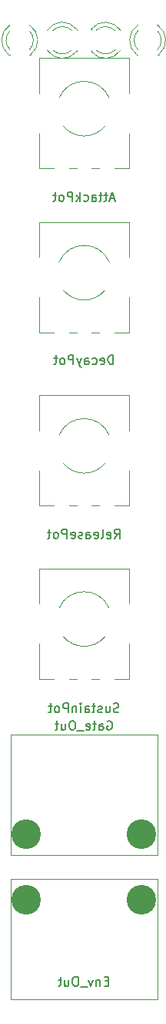
<source format=gbr>
%TF.GenerationSoftware,KiCad,Pcbnew,(6.0.11)*%
%TF.CreationDate,2023-03-29T15:08:17+01:00*%
%TF.ProjectId,QuadEnv_Controls,51756164-456e-4765-9f43-6f6e74726f6c,rev?*%
%TF.SameCoordinates,Original*%
%TF.FileFunction,Legend,Bot*%
%TF.FilePolarity,Positive*%
%FSLAX46Y46*%
G04 Gerber Fmt 4.6, Leading zero omitted, Abs format (unit mm)*
G04 Created by KiCad (PCBNEW (6.0.11)) date 2023-03-29 15:08:17*
%MOMM*%
%LPD*%
G01*
G04 APERTURE LIST*
%ADD10C,0.150000*%
%ADD11C,0.120000*%
%ADD12C,3.250000*%
G04 APERTURE END LIST*
D10*
%TO.C,RV4*%
X63209523Y-120204761D02*
X63066666Y-120252380D01*
X62828571Y-120252380D01*
X62733333Y-120204761D01*
X62685714Y-120157142D01*
X62638095Y-120061904D01*
X62638095Y-119966666D01*
X62685714Y-119871428D01*
X62733333Y-119823809D01*
X62828571Y-119776190D01*
X63019047Y-119728571D01*
X63114285Y-119680952D01*
X63161904Y-119633333D01*
X63209523Y-119538095D01*
X63209523Y-119442857D01*
X63161904Y-119347619D01*
X63114285Y-119300000D01*
X63019047Y-119252380D01*
X62780952Y-119252380D01*
X62638095Y-119300000D01*
X61780952Y-119585714D02*
X61780952Y-120252380D01*
X62209523Y-119585714D02*
X62209523Y-120109523D01*
X62161904Y-120204761D01*
X62066666Y-120252380D01*
X61923809Y-120252380D01*
X61828571Y-120204761D01*
X61780952Y-120157142D01*
X61352380Y-120204761D02*
X61257142Y-120252380D01*
X61066666Y-120252380D01*
X60971428Y-120204761D01*
X60923809Y-120109523D01*
X60923809Y-120061904D01*
X60971428Y-119966666D01*
X61066666Y-119919047D01*
X61209523Y-119919047D01*
X61304761Y-119871428D01*
X61352380Y-119776190D01*
X61352380Y-119728571D01*
X61304761Y-119633333D01*
X61209523Y-119585714D01*
X61066666Y-119585714D01*
X60971428Y-119633333D01*
X60638095Y-119585714D02*
X60257142Y-119585714D01*
X60495238Y-119252380D02*
X60495238Y-120109523D01*
X60447619Y-120204761D01*
X60352380Y-120252380D01*
X60257142Y-120252380D01*
X59495238Y-120252380D02*
X59495238Y-119728571D01*
X59542857Y-119633333D01*
X59638095Y-119585714D01*
X59828571Y-119585714D01*
X59923809Y-119633333D01*
X59495238Y-120204761D02*
X59590476Y-120252380D01*
X59828571Y-120252380D01*
X59923809Y-120204761D01*
X59971428Y-120109523D01*
X59971428Y-120014285D01*
X59923809Y-119919047D01*
X59828571Y-119871428D01*
X59590476Y-119871428D01*
X59495238Y-119823809D01*
X59019047Y-120252380D02*
X59019047Y-119585714D01*
X59019047Y-119252380D02*
X59066666Y-119300000D01*
X59019047Y-119347619D01*
X58971428Y-119300000D01*
X59019047Y-119252380D01*
X59019047Y-119347619D01*
X58542857Y-119585714D02*
X58542857Y-120252380D01*
X58542857Y-119680952D02*
X58495238Y-119633333D01*
X58400000Y-119585714D01*
X58257142Y-119585714D01*
X58161904Y-119633333D01*
X58114285Y-119728571D01*
X58114285Y-120252380D01*
X57638095Y-120252380D02*
X57638095Y-119252380D01*
X57257142Y-119252380D01*
X57161904Y-119300000D01*
X57114285Y-119347619D01*
X57066666Y-119442857D01*
X57066666Y-119585714D01*
X57114285Y-119680952D01*
X57161904Y-119728571D01*
X57257142Y-119776190D01*
X57638095Y-119776190D01*
X56495238Y-120252380D02*
X56590476Y-120204761D01*
X56638095Y-120157142D01*
X56685714Y-120061904D01*
X56685714Y-119776190D01*
X56638095Y-119680952D01*
X56590476Y-119633333D01*
X56495238Y-119585714D01*
X56352380Y-119585714D01*
X56257142Y-119633333D01*
X56209523Y-119680952D01*
X56161904Y-119776190D01*
X56161904Y-120061904D01*
X56209523Y-120157142D01*
X56257142Y-120204761D01*
X56352380Y-120252380D01*
X56495238Y-120252380D01*
X55876190Y-119585714D02*
X55495238Y-119585714D01*
X55733333Y-119252380D02*
X55733333Y-120109523D01*
X55685714Y-120204761D01*
X55590476Y-120252380D01*
X55495238Y-120252380D01*
%TO.C,RV3*%
X62733333Y-101152380D02*
X63066666Y-100676190D01*
X63304761Y-101152380D02*
X63304761Y-100152380D01*
X62923809Y-100152380D01*
X62828571Y-100200000D01*
X62780952Y-100247619D01*
X62733333Y-100342857D01*
X62733333Y-100485714D01*
X62780952Y-100580952D01*
X62828571Y-100628571D01*
X62923809Y-100676190D01*
X63304761Y-100676190D01*
X61923809Y-101104761D02*
X62019047Y-101152380D01*
X62209523Y-101152380D01*
X62304761Y-101104761D01*
X62352380Y-101009523D01*
X62352380Y-100628571D01*
X62304761Y-100533333D01*
X62209523Y-100485714D01*
X62019047Y-100485714D01*
X61923809Y-100533333D01*
X61876190Y-100628571D01*
X61876190Y-100723809D01*
X62352380Y-100819047D01*
X61304761Y-101152380D02*
X61400000Y-101104761D01*
X61447619Y-101009523D01*
X61447619Y-100152380D01*
X60542857Y-101104761D02*
X60638095Y-101152380D01*
X60828571Y-101152380D01*
X60923809Y-101104761D01*
X60971428Y-101009523D01*
X60971428Y-100628571D01*
X60923809Y-100533333D01*
X60828571Y-100485714D01*
X60638095Y-100485714D01*
X60542857Y-100533333D01*
X60495238Y-100628571D01*
X60495238Y-100723809D01*
X60971428Y-100819047D01*
X59638095Y-101152380D02*
X59638095Y-100628571D01*
X59685714Y-100533333D01*
X59780952Y-100485714D01*
X59971428Y-100485714D01*
X60066666Y-100533333D01*
X59638095Y-101104761D02*
X59733333Y-101152380D01*
X59971428Y-101152380D01*
X60066666Y-101104761D01*
X60114285Y-101009523D01*
X60114285Y-100914285D01*
X60066666Y-100819047D01*
X59971428Y-100771428D01*
X59733333Y-100771428D01*
X59638095Y-100723809D01*
X59209523Y-101104761D02*
X59114285Y-101152380D01*
X58923809Y-101152380D01*
X58828571Y-101104761D01*
X58780952Y-101009523D01*
X58780952Y-100961904D01*
X58828571Y-100866666D01*
X58923809Y-100819047D01*
X59066666Y-100819047D01*
X59161904Y-100771428D01*
X59209523Y-100676190D01*
X59209523Y-100628571D01*
X59161904Y-100533333D01*
X59066666Y-100485714D01*
X58923809Y-100485714D01*
X58828571Y-100533333D01*
X57971428Y-101104761D02*
X58066666Y-101152380D01*
X58257142Y-101152380D01*
X58352380Y-101104761D01*
X58400000Y-101009523D01*
X58400000Y-100628571D01*
X58352380Y-100533333D01*
X58257142Y-100485714D01*
X58066666Y-100485714D01*
X57971428Y-100533333D01*
X57923809Y-100628571D01*
X57923809Y-100723809D01*
X58400000Y-100819047D01*
X57495238Y-101152380D02*
X57495238Y-100152380D01*
X57114285Y-100152380D01*
X57019047Y-100200000D01*
X56971428Y-100247619D01*
X56923809Y-100342857D01*
X56923809Y-100485714D01*
X56971428Y-100580952D01*
X57019047Y-100628571D01*
X57114285Y-100676190D01*
X57495238Y-100676190D01*
X56352380Y-101152380D02*
X56447619Y-101104761D01*
X56495238Y-101057142D01*
X56542857Y-100961904D01*
X56542857Y-100676190D01*
X56495238Y-100580952D01*
X56447619Y-100533333D01*
X56352380Y-100485714D01*
X56209523Y-100485714D01*
X56114285Y-100533333D01*
X56066666Y-100580952D01*
X56019047Y-100676190D01*
X56019047Y-100961904D01*
X56066666Y-101057142D01*
X56114285Y-101104761D01*
X56209523Y-101152380D01*
X56352380Y-101152380D01*
X55733333Y-100485714D02*
X55352380Y-100485714D01*
X55590476Y-100152380D02*
X55590476Y-101009523D01*
X55542857Y-101104761D01*
X55447619Y-101152380D01*
X55352380Y-101152380D01*
%TO.C,J6*%
X62080476Y-149728571D02*
X61747142Y-149728571D01*
X61604285Y-150252380D02*
X62080476Y-150252380D01*
X62080476Y-149252380D01*
X61604285Y-149252380D01*
X61175714Y-149585714D02*
X61175714Y-150252380D01*
X61175714Y-149680952D02*
X61128095Y-149633333D01*
X61032857Y-149585714D01*
X60890000Y-149585714D01*
X60794761Y-149633333D01*
X60747142Y-149728571D01*
X60747142Y-150252380D01*
X60366190Y-149585714D02*
X60128095Y-150252380D01*
X59890000Y-149585714D01*
X59747142Y-150347619D02*
X58985238Y-150347619D01*
X58556666Y-149252380D02*
X58366190Y-149252380D01*
X58270952Y-149300000D01*
X58175714Y-149395238D01*
X58128095Y-149585714D01*
X58128095Y-149919047D01*
X58175714Y-150109523D01*
X58270952Y-150204761D01*
X58366190Y-150252380D01*
X58556666Y-150252380D01*
X58651904Y-150204761D01*
X58747142Y-150109523D01*
X58794761Y-149919047D01*
X58794761Y-149585714D01*
X58747142Y-149395238D01*
X58651904Y-149300000D01*
X58556666Y-149252380D01*
X57270952Y-149585714D02*
X57270952Y-150252380D01*
X57699523Y-149585714D02*
X57699523Y-150109523D01*
X57651904Y-150204761D01*
X57556666Y-150252380D01*
X57413809Y-150252380D01*
X57318571Y-150204761D01*
X57270952Y-150157142D01*
X56937619Y-149585714D02*
X56556666Y-149585714D01*
X56794761Y-149252380D02*
X56794761Y-150109523D01*
X56747142Y-150204761D01*
X56651904Y-150252380D01*
X56556666Y-150252380D01*
%TO.C,RV2*%
X62590476Y-82052380D02*
X62590476Y-81052380D01*
X62352380Y-81052380D01*
X62209523Y-81100000D01*
X62114285Y-81195238D01*
X62066666Y-81290476D01*
X62019047Y-81480952D01*
X62019047Y-81623809D01*
X62066666Y-81814285D01*
X62114285Y-81909523D01*
X62209523Y-82004761D01*
X62352380Y-82052380D01*
X62590476Y-82052380D01*
X61209523Y-82004761D02*
X61304761Y-82052380D01*
X61495238Y-82052380D01*
X61590476Y-82004761D01*
X61638095Y-81909523D01*
X61638095Y-81528571D01*
X61590476Y-81433333D01*
X61495238Y-81385714D01*
X61304761Y-81385714D01*
X61209523Y-81433333D01*
X61161904Y-81528571D01*
X61161904Y-81623809D01*
X61638095Y-81719047D01*
X60304761Y-82004761D02*
X60400000Y-82052380D01*
X60590476Y-82052380D01*
X60685714Y-82004761D01*
X60733333Y-81957142D01*
X60780952Y-81861904D01*
X60780952Y-81576190D01*
X60733333Y-81480952D01*
X60685714Y-81433333D01*
X60590476Y-81385714D01*
X60400000Y-81385714D01*
X60304761Y-81433333D01*
X59447619Y-82052380D02*
X59447619Y-81528571D01*
X59495238Y-81433333D01*
X59590476Y-81385714D01*
X59780952Y-81385714D01*
X59876190Y-81433333D01*
X59447619Y-82004761D02*
X59542857Y-82052380D01*
X59780952Y-82052380D01*
X59876190Y-82004761D01*
X59923809Y-81909523D01*
X59923809Y-81814285D01*
X59876190Y-81719047D01*
X59780952Y-81671428D01*
X59542857Y-81671428D01*
X59447619Y-81623809D01*
X59066666Y-81385714D02*
X58828571Y-82052380D01*
X58590476Y-81385714D02*
X58828571Y-82052380D01*
X58923809Y-82290476D01*
X58971428Y-82338095D01*
X59066666Y-82385714D01*
X58209523Y-82052380D02*
X58209523Y-81052380D01*
X57828571Y-81052380D01*
X57733333Y-81100000D01*
X57685714Y-81147619D01*
X57638095Y-81242857D01*
X57638095Y-81385714D01*
X57685714Y-81480952D01*
X57733333Y-81528571D01*
X57828571Y-81576190D01*
X58209523Y-81576190D01*
X57066666Y-82052380D02*
X57161904Y-82004761D01*
X57209523Y-81957142D01*
X57257142Y-81861904D01*
X57257142Y-81576190D01*
X57209523Y-81480952D01*
X57161904Y-81433333D01*
X57066666Y-81385714D01*
X56923809Y-81385714D01*
X56828571Y-81433333D01*
X56780952Y-81480952D01*
X56733333Y-81576190D01*
X56733333Y-81861904D01*
X56780952Y-81957142D01*
X56828571Y-82004761D01*
X56923809Y-82052380D01*
X57066666Y-82052380D01*
X56447619Y-81385714D02*
X56066666Y-81385714D01*
X56304761Y-81052380D02*
X56304761Y-81909523D01*
X56257142Y-82004761D01*
X56161904Y-82052380D01*
X56066666Y-82052380D01*
%TO.C,RV1*%
X62733333Y-63866666D02*
X62257142Y-63866666D01*
X62828571Y-64152380D02*
X62495238Y-63152380D01*
X62161904Y-64152380D01*
X61971428Y-63485714D02*
X61590476Y-63485714D01*
X61828571Y-63152380D02*
X61828571Y-64009523D01*
X61780952Y-64104761D01*
X61685714Y-64152380D01*
X61590476Y-64152380D01*
X61400000Y-63485714D02*
X61019047Y-63485714D01*
X61257142Y-63152380D02*
X61257142Y-64009523D01*
X61209523Y-64104761D01*
X61114285Y-64152380D01*
X61019047Y-64152380D01*
X60257142Y-64152380D02*
X60257142Y-63628571D01*
X60304761Y-63533333D01*
X60400000Y-63485714D01*
X60590476Y-63485714D01*
X60685714Y-63533333D01*
X60257142Y-64104761D02*
X60352380Y-64152380D01*
X60590476Y-64152380D01*
X60685714Y-64104761D01*
X60733333Y-64009523D01*
X60733333Y-63914285D01*
X60685714Y-63819047D01*
X60590476Y-63771428D01*
X60352380Y-63771428D01*
X60257142Y-63723809D01*
X59352380Y-64104761D02*
X59447619Y-64152380D01*
X59638095Y-64152380D01*
X59733333Y-64104761D01*
X59780952Y-64057142D01*
X59828571Y-63961904D01*
X59828571Y-63676190D01*
X59780952Y-63580952D01*
X59733333Y-63533333D01*
X59638095Y-63485714D01*
X59447619Y-63485714D01*
X59352380Y-63533333D01*
X58923809Y-64152380D02*
X58923809Y-63152380D01*
X58828571Y-63771428D02*
X58542857Y-64152380D01*
X58542857Y-63485714D02*
X58923809Y-63866666D01*
X58114285Y-64152380D02*
X58114285Y-63152380D01*
X57733333Y-63152380D01*
X57638095Y-63200000D01*
X57590476Y-63247619D01*
X57542857Y-63342857D01*
X57542857Y-63485714D01*
X57590476Y-63580952D01*
X57638095Y-63628571D01*
X57733333Y-63676190D01*
X58114285Y-63676190D01*
X56971428Y-64152380D02*
X57066666Y-64104761D01*
X57114285Y-64057142D01*
X57161904Y-63961904D01*
X57161904Y-63676190D01*
X57114285Y-63580952D01*
X57066666Y-63533333D01*
X56971428Y-63485714D01*
X56828571Y-63485714D01*
X56733333Y-63533333D01*
X56685714Y-63580952D01*
X56638095Y-63676190D01*
X56638095Y-63961904D01*
X56685714Y-64057142D01*
X56733333Y-64104761D01*
X56828571Y-64152380D01*
X56971428Y-64152380D01*
X56352380Y-63485714D02*
X55971428Y-63485714D01*
X56209523Y-63152380D02*
X56209523Y-64009523D01*
X56161904Y-64104761D01*
X56066666Y-64152380D01*
X55971428Y-64152380D01*
%TO.C,J5*%
X61957619Y-121210000D02*
X62052857Y-121162380D01*
X62195714Y-121162380D01*
X62338571Y-121210000D01*
X62433809Y-121305238D01*
X62481428Y-121400476D01*
X62529047Y-121590952D01*
X62529047Y-121733809D01*
X62481428Y-121924285D01*
X62433809Y-122019523D01*
X62338571Y-122114761D01*
X62195714Y-122162380D01*
X62100476Y-122162380D01*
X61957619Y-122114761D01*
X61910000Y-122067142D01*
X61910000Y-121733809D01*
X62100476Y-121733809D01*
X61052857Y-122162380D02*
X61052857Y-121638571D01*
X61100476Y-121543333D01*
X61195714Y-121495714D01*
X61386190Y-121495714D01*
X61481428Y-121543333D01*
X61052857Y-122114761D02*
X61148095Y-122162380D01*
X61386190Y-122162380D01*
X61481428Y-122114761D01*
X61529047Y-122019523D01*
X61529047Y-121924285D01*
X61481428Y-121829047D01*
X61386190Y-121781428D01*
X61148095Y-121781428D01*
X61052857Y-121733809D01*
X60719523Y-121495714D02*
X60338571Y-121495714D01*
X60576666Y-121162380D02*
X60576666Y-122019523D01*
X60529047Y-122114761D01*
X60433809Y-122162380D01*
X60338571Y-122162380D01*
X59624285Y-122114761D02*
X59719523Y-122162380D01*
X59910000Y-122162380D01*
X60005238Y-122114761D01*
X60052857Y-122019523D01*
X60052857Y-121638571D01*
X60005238Y-121543333D01*
X59910000Y-121495714D01*
X59719523Y-121495714D01*
X59624285Y-121543333D01*
X59576666Y-121638571D01*
X59576666Y-121733809D01*
X60052857Y-121829047D01*
X59386190Y-122257619D02*
X58624285Y-122257619D01*
X58195714Y-121162380D02*
X58005238Y-121162380D01*
X57910000Y-121210000D01*
X57814761Y-121305238D01*
X57767142Y-121495714D01*
X57767142Y-121829047D01*
X57814761Y-122019523D01*
X57910000Y-122114761D01*
X58005238Y-122162380D01*
X58195714Y-122162380D01*
X58290952Y-122114761D01*
X58386190Y-122019523D01*
X58433809Y-121829047D01*
X58433809Y-121495714D01*
X58386190Y-121305238D01*
X58290952Y-121210000D01*
X58195714Y-121162380D01*
X56910000Y-121495714D02*
X56910000Y-122162380D01*
X57338571Y-121495714D02*
X57338571Y-122019523D01*
X57290952Y-122114761D01*
X57195714Y-122162380D01*
X57052857Y-122162380D01*
X56957619Y-122114761D01*
X56910000Y-122067142D01*
X56576666Y-121495714D02*
X56195714Y-121495714D01*
X56433809Y-121162380D02*
X56433809Y-122019523D01*
X56386190Y-122114761D01*
X56290952Y-122162380D01*
X56195714Y-122162380D01*
D11*
%TO.C,D2*%
X60190000Y-47736000D02*
X60190000Y-47580000D01*
X60190000Y-45420000D02*
X60190000Y-45264000D01*
X60709039Y-47580000D02*
G75*
G03*
X62791130Y-47579837I1040961J1080000D01*
G01*
X60190000Y-47735516D02*
G75*
G03*
X63422335Y-47578608I1560000J1235517D01*
G01*
X63422335Y-45421392D02*
G75*
G03*
X60190000Y-45264484I-1672335J-1078609D01*
G01*
X62791130Y-45420163D02*
G75*
G03*
X60709039Y-45420000I-1041130J-1079837D01*
G01*
%TO.C,D1*%
X65320000Y-48060000D02*
X65164000Y-48060000D01*
X67636000Y-48060000D02*
X67480000Y-48060000D01*
X67480000Y-47540961D02*
G75*
G03*
X67479837Y-45458870I-1080000J1040961D01*
G01*
X65320163Y-45458870D02*
G75*
G03*
X65320000Y-47540961I1079837J-1041130D01*
G01*
X65321392Y-44827665D02*
G75*
G03*
X65164484Y-48060000I1078609J-1672335D01*
G01*
X67635516Y-48060000D02*
G75*
G03*
X67478608Y-44827665I-1235517J1560000D01*
G01*
%TO.C,RV4*%
X58575000Y-116560000D02*
X57725000Y-116560000D01*
X64361000Y-116560000D02*
X64361000Y-112694000D01*
X56075000Y-116560000D02*
X54440000Y-116560000D01*
X64361000Y-104440000D02*
X54440000Y-104440000D01*
X64361000Y-116560000D02*
X62725000Y-116560000D01*
X54440000Y-108305000D02*
X54440000Y-104440000D01*
X64361000Y-108305000D02*
X64361000Y-104440000D01*
X61075000Y-116560000D02*
X60225000Y-116560000D01*
X54440000Y-116560000D02*
X54440000Y-112694000D01*
X62162432Y-108828018D02*
G75*
G03*
X56638000Y-108827000I-2762432J-1171982D01*
G01*
X57102247Y-111928295D02*
G75*
G03*
X61698000Y-111928000I2297753J1928295D01*
G01*
%TO.C,D4*%
X53536000Y-48060000D02*
X53380000Y-48060000D01*
X51220000Y-48060000D02*
X51064000Y-48060000D01*
X51220163Y-45458870D02*
G75*
G03*
X51220000Y-47540961I1079837J-1041130D01*
G01*
X53380000Y-47540961D02*
G75*
G03*
X53379837Y-45458870I-1080000J1040961D01*
G01*
X51221392Y-44827665D02*
G75*
G03*
X51064484Y-48060000I1078609J-1672335D01*
G01*
X53535516Y-48060000D02*
G75*
G03*
X53378608Y-44827665I-1235517J1560000D01*
G01*
%TO.C,RV3*%
X58575000Y-97560000D02*
X57725000Y-97560000D01*
X54440000Y-89305000D02*
X54440000Y-85440000D01*
X54440000Y-97560000D02*
X54440000Y-93694000D01*
X64361000Y-97560000D02*
X62725000Y-97560000D01*
X56075000Y-97560000D02*
X54440000Y-97560000D01*
X64361000Y-97560000D02*
X64361000Y-93694000D01*
X64361000Y-89305000D02*
X64361000Y-85440000D01*
X64361000Y-85440000D02*
X54440000Y-85440000D01*
X61075000Y-97560000D02*
X60225000Y-97560000D01*
X62162432Y-89828018D02*
G75*
G03*
X56638000Y-89827000I-2762432J-1171982D01*
G01*
X57102247Y-92928295D02*
G75*
G03*
X61698000Y-92928000I2297753J1928295D01*
G01*
%TO.C,J6*%
X51350000Y-151700000D02*
X67450000Y-151700000D01*
X67450000Y-151700000D02*
X67450000Y-138500000D01*
X67450000Y-138500000D02*
X51350000Y-138500000D01*
X51350000Y-138500000D02*
X51350000Y-151700000D01*
%TO.C,RV2*%
X64361000Y-78560000D02*
X64361000Y-74694000D01*
X64361000Y-66440000D02*
X54440000Y-66440000D01*
X61075000Y-78560000D02*
X60225000Y-78560000D01*
X58575000Y-78560000D02*
X57725000Y-78560000D01*
X64361000Y-78560000D02*
X62725000Y-78560000D01*
X54440000Y-78560000D02*
X54440000Y-74694000D01*
X64361000Y-70305000D02*
X64361000Y-66440000D01*
X56075000Y-78560000D02*
X54440000Y-78560000D01*
X54440000Y-70305000D02*
X54440000Y-66440000D01*
X57102247Y-73928295D02*
G75*
G03*
X61698000Y-73928000I2297753J1928295D01*
G01*
X62162432Y-70828018D02*
G75*
G03*
X56638000Y-70827000I-2762432J-1171982D01*
G01*
%TO.C,D3*%
X58560000Y-47580000D02*
X58560000Y-47736000D01*
X58560000Y-45264000D02*
X58560000Y-45420000D01*
X58560000Y-45264484D02*
G75*
G03*
X55327665Y-45421392I-1560000J-1235517D01*
G01*
X55958870Y-47579837D02*
G75*
G03*
X58040961Y-47580000I1041130J1079837D01*
G01*
X55327665Y-47578608D02*
G75*
G03*
X58560000Y-47735516I1672335J1078609D01*
G01*
X58040961Y-45420000D02*
G75*
G03*
X55958870Y-45420163I-1040961J-1080000D01*
G01*
%TO.C,RV1*%
X54440000Y-52305000D02*
X54440000Y-48440000D01*
X58575000Y-60560000D02*
X57725000Y-60560000D01*
X56075000Y-60560000D02*
X54440000Y-60560000D01*
X61075000Y-60560000D02*
X60225000Y-60560000D01*
X64361000Y-60560000D02*
X62725000Y-60560000D01*
X54440000Y-60560000D02*
X54440000Y-56694000D01*
X64361000Y-52305000D02*
X64361000Y-48440000D01*
X64361000Y-48440000D02*
X54440000Y-48440000D01*
X64361000Y-60560000D02*
X64361000Y-56694000D01*
X62162432Y-52828018D02*
G75*
G03*
X56638000Y-52827000I-2762432J-1171982D01*
G01*
X57102247Y-55928295D02*
G75*
G03*
X61698000Y-55928000I2297753J1928295D01*
G01*
%TO.C,J5*%
X67450000Y-122700000D02*
X51350000Y-122700000D01*
X51350000Y-122700000D02*
X51350000Y-135900000D01*
X51350000Y-135900000D02*
X67450000Y-135900000D01*
X67450000Y-135900000D02*
X67450000Y-122700000D01*
%TD*%
D12*
%TO.C,J6*%
X53050000Y-140800000D03*
X65750000Y-140800000D03*
%TD*%
%TO.C,J5*%
X65750000Y-133600000D03*
X53050000Y-133600000D03*
%TD*%
M02*

</source>
